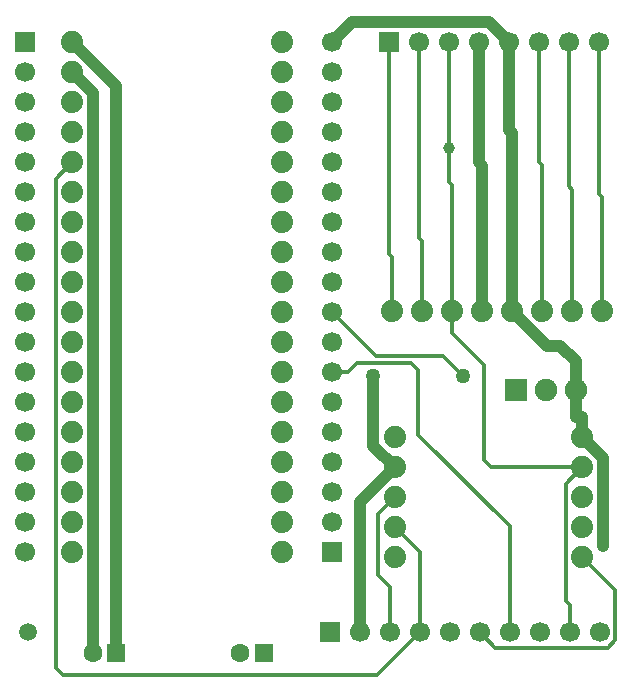
<source format=gbr>
G04 DipTrace 3.0.0.1*
G04 Bottom.gbr*
%MOIN*%
G04 #@! TF.FileFunction,Copper,L2,Bot*
G04 #@! TF.Part,Single*
G04 #@! TA.AperFunction,Conductor*
%ADD14C,0.03937*%
%ADD15C,0.011811*%
G04 #@! TA.AperFunction,ComponentPad*
%ADD17C,0.074*%
%ADD18R,0.066929X0.066929*%
%ADD19C,0.066929*%
%ADD20R,0.062992X0.062992*%
%ADD21C,0.062992*%
%ADD22R,0.074803X0.074803*%
%ADD23C,0.074803*%
%ADD24C,0.05*%
%ADD25C,0.05*%
%ADD26C,0.059055*%
G04 #@! TA.AperFunction,ViaPad*
%ADD27C,0.039016*%
%FSLAX26Y26*%
G04*
G70*
G90*
G75*
G01*
G04 Bottom*
%LPD*%
X1546899Y3649458D2*
D14*
X1614025Y3716584D1*
X2070422D1*
X2135383Y3651623D1*
X1683808Y2537056D2*
Y2303986D1*
X1755068Y2232726D1*
X2380068Y2332726D2*
X2448565Y2264229D1*
Y1970127D1*
X2359005Y2490206D2*
Y2401222D1*
X2380068D1*
Y2332726D1*
X2146381Y2754374D2*
X2262119Y2638635D1*
X2307825D1*
X2359005Y2587454D1*
Y2490206D1*
X2135383Y3651623D2*
Y3357549D1*
X2146381Y3346552D1*
Y2754374D1*
X1755068Y2232726D2*
X1638533Y2116190D1*
Y1683119D1*
X680757Y3549458D2*
X749254Y3480962D1*
Y1825178D1*
X748030Y1823955D1*
Y1614173D1*
X680757Y3649458D2*
X826770Y3503445D1*
Y1614173D1*
X1935383Y3651623D2*
D15*
Y3298281D1*
X1935384D1*
X2380068Y2232726D2*
X2325352Y2178009D1*
Y1788135D1*
X2338533Y1774954D1*
Y1683119D1*
X1946381Y2754374D2*
Y2679859D1*
X2052059Y2574181D1*
Y2256348D1*
X2075681Y2232726D1*
X2380068D1*
X1935384Y3298281D2*
Y3183164D1*
X1946381Y3172167D1*
Y2754374D1*
X2046381D2*
D14*
Y3238693D1*
X2035383Y3249690D1*
Y3651623D1*
X1735383D2*
D15*
Y2944541D1*
X1746381Y2933544D1*
Y2754374D1*
X1835383Y3651623D2*
Y2997286D1*
X1846381Y2986289D1*
Y2754374D1*
X680757Y3249458D2*
X626041Y3194741D1*
Y1564958D1*
X649663Y1541336D1*
X1696750D1*
X1838533Y1683119D1*
Y1949261D1*
X1755068Y2032726D1*
X1546899Y2549458D2*
X1598079D1*
X1628395Y2579773D1*
X1810934D1*
X1834560Y2556147D1*
Y2339430D1*
X2138533Y2035457D1*
Y1683119D1*
X1546899Y2749458D2*
X1692962Y2603395D1*
X1917470D1*
X1983808Y2537056D1*
X2446381Y2754374D2*
Y3132690D1*
X2435383Y3143687D1*
Y3651623D1*
X2346381Y2754374D2*
Y3157864D1*
X2335383Y3168861D1*
Y3651623D1*
X2246381Y2754374D2*
Y3241025D1*
X2235383Y3252022D1*
Y3651623D1*
X1755068Y2132726D2*
X1700352Y2078009D1*
Y1873477D1*
X1738533Y1835296D1*
Y1683119D1*
X2038533D2*
X2089714Y1631938D1*
X2466092D1*
X2489714Y1655560D1*
Y1823080D1*
X2380068Y1932726D1*
D27*
X2448565Y1970127D3*
X1935384Y3298281D3*
D17*
X680757Y3649458D3*
Y3549458D3*
Y3449458D3*
Y3349458D3*
Y3249458D3*
Y3149458D3*
Y3049458D3*
Y2949458D3*
Y2849458D3*
Y2749458D3*
Y2649458D3*
Y2549458D3*
Y2449458D3*
Y2349458D3*
Y2249458D3*
Y2149458D3*
Y2049458D3*
Y1949458D3*
X1380757Y3649458D3*
Y3549458D3*
Y3449458D3*
Y3349458D3*
Y3249458D3*
Y3149458D3*
Y3049458D3*
Y2949458D3*
Y2849458D3*
Y2749458D3*
Y2649458D3*
Y2549458D3*
Y2449458D3*
Y2349458D3*
Y2249458D3*
Y2149458D3*
Y2049458D3*
Y1949458D3*
X1746381Y2754374D3*
X1846381D3*
X1946381D3*
X2046381D3*
X2146381D3*
X2246381D3*
X2346381D3*
X2446381D3*
X1755068Y2332726D3*
Y2232726D3*
Y2132726D3*
Y2032726D3*
Y1932726D3*
X2380068Y2332726D3*
Y2232726D3*
Y2132726D3*
Y2032726D3*
Y1932726D3*
D18*
X523277Y3649458D3*
D19*
Y3549458D3*
Y3449458D3*
Y3349458D3*
Y3249458D3*
Y3149458D3*
Y3049458D3*
Y2949458D3*
Y2849458D3*
Y2749458D3*
Y2649458D3*
Y2549458D3*
Y2449458D3*
Y2349458D3*
Y2249458D3*
Y2149458D3*
Y2049458D3*
Y1949458D3*
D18*
X1546899D3*
D19*
Y2049458D3*
Y2149458D3*
Y2249458D3*
Y2349458D3*
Y2449458D3*
Y2549458D3*
Y2649458D3*
Y2749458D3*
Y2849458D3*
Y2949458D3*
Y3049458D3*
Y3149458D3*
Y3249458D3*
Y3349458D3*
Y3449458D3*
Y3549458D3*
Y3649458D3*
D18*
X1735383Y3651623D3*
D19*
X1835383D3*
X1935383D3*
X2035383D3*
X2135383D3*
X2235383D3*
X2335383D3*
X2435383D3*
D18*
X1538533Y1683119D3*
D19*
X1638533D3*
X1738533D3*
X1838533D3*
X1938533D3*
X2038533D3*
X2138533D3*
X2238533D3*
X2338533D3*
X2438533D3*
D20*
X826770Y1614173D3*
D21*
X748030D3*
D20*
X1318896D3*
D21*
X1240156D3*
D22*
X2159005Y2490206D3*
D23*
X2259005D3*
X2359005D3*
D24*
X1683808Y2537056D3*
D25*
X1983808D3*
D26*
X534596Y1683119D3*
M02*

</source>
